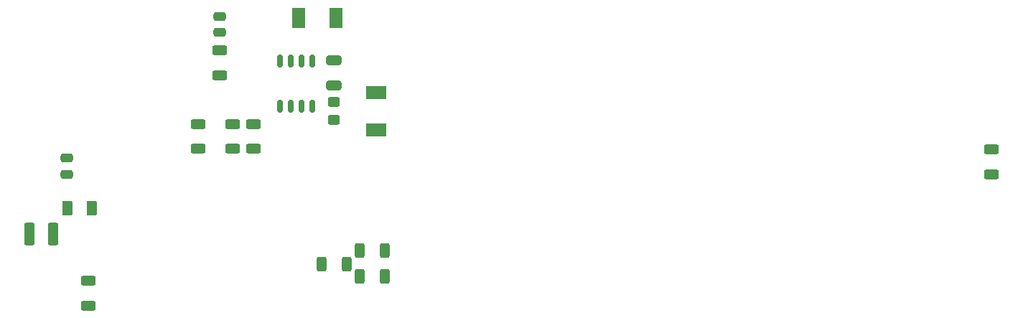
<source format=gbr>
%TF.GenerationSoftware,KiCad,Pcbnew,(6.0.4)*%
%TF.CreationDate,2022-04-19T19:36:52+10:00*%
%TF.ProjectId,T1200_PSU,54313230-305f-4505-9355-2e6b69636164,rev?*%
%TF.SameCoordinates,Original*%
%TF.FileFunction,Paste,Top*%
%TF.FilePolarity,Positive*%
%FSLAX46Y46*%
G04 Gerber Fmt 4.6, Leading zero omitted, Abs format (unit mm)*
G04 Created by KiCad (PCBNEW (6.0.4)) date 2022-04-19 19:36:52*
%MOMM*%
%LPD*%
G01*
G04 APERTURE LIST*
G04 Aperture macros list*
%AMRoundRect*
0 Rectangle with rounded corners*
0 $1 Rounding radius*
0 $2 $3 $4 $5 $6 $7 $8 $9 X,Y pos of 4 corners*
0 Add a 4 corners polygon primitive as box body*
4,1,4,$2,$3,$4,$5,$6,$7,$8,$9,$2,$3,0*
0 Add four circle primitives for the rounded corners*
1,1,$1+$1,$2,$3*
1,1,$1+$1,$4,$5*
1,1,$1+$1,$6,$7*
1,1,$1+$1,$8,$9*
0 Add four rect primitives between the rounded corners*
20,1,$1+$1,$2,$3,$4,$5,0*
20,1,$1+$1,$4,$5,$6,$7,0*
20,1,$1+$1,$6,$7,$8,$9,0*
20,1,$1+$1,$8,$9,$2,$3,0*%
G04 Aperture macros list end*
%ADD10RoundRect,0.250000X-0.625000X0.312500X-0.625000X-0.312500X0.625000X-0.312500X0.625000X0.312500X0*%
%ADD11RoundRect,0.250000X0.312500X0.625000X-0.312500X0.625000X-0.312500X-0.625000X0.312500X-0.625000X0*%
%ADD12RoundRect,0.250000X0.450000X-0.325000X0.450000X0.325000X-0.450000X0.325000X-0.450000X-0.325000X0*%
%ADD13RoundRect,0.250000X-0.650000X0.325000X-0.650000X-0.325000X0.650000X-0.325000X0.650000X0.325000X0*%
%ADD14R,2.400000X1.500000*%
%ADD15RoundRect,0.250000X-0.375000X-0.625000X0.375000X-0.625000X0.375000X0.625000X-0.375000X0.625000X0*%
%ADD16RoundRect,0.250000X0.475000X-0.250000X0.475000X0.250000X-0.475000X0.250000X-0.475000X-0.250000X0*%
%ADD17RoundRect,0.250000X-0.375000X-1.075000X0.375000X-1.075000X0.375000X1.075000X-0.375000X1.075000X0*%
%ADD18RoundRect,0.250000X0.625000X-0.312500X0.625000X0.312500X-0.625000X0.312500X-0.625000X-0.312500X0*%
%ADD19RoundRect,0.150000X0.150000X-0.625000X0.150000X0.625000X-0.150000X0.625000X-0.150000X-0.625000X0*%
%ADD20R,1.500000X2.400000*%
G04 APERTURE END LIST*
D10*
%TO.C,R3*%
X50020000Y-27337500D03*
X50020000Y-30262500D03*
%TD*%
%TO.C,R9*%
X34500000Y-54537500D03*
X34500000Y-57462500D03*
%TD*%
D11*
%TO.C,R6*%
X69462500Y-54000000D03*
X66537500Y-54000000D03*
%TD*%
D12*
%TO.C,D2*%
X63500000Y-35525000D03*
X63500000Y-33475000D03*
%TD*%
D13*
%TO.C,C4*%
X63500000Y-28525000D03*
X63500000Y-31475000D03*
%TD*%
D14*
%TO.C,L2*%
X68500000Y-32300000D03*
X68500000Y-36700000D03*
%TD*%
D11*
%TO.C,R7*%
X64962500Y-52551250D03*
X62037500Y-52551250D03*
%TD*%
%TO.C,R8*%
X69462500Y-51000000D03*
X66537500Y-51000000D03*
%TD*%
D10*
%TO.C,R1*%
X51500000Y-36037500D03*
X51500000Y-38962500D03*
%TD*%
D15*
%TO.C,D1*%
X32100000Y-46000000D03*
X34900000Y-46000000D03*
%TD*%
D16*
%TO.C,C6*%
X50040000Y-25250000D03*
X50040000Y-23350000D03*
%TD*%
%TO.C,C2*%
X32000000Y-41950000D03*
X32000000Y-40050000D03*
%TD*%
D17*
%TO.C,F1*%
X27600000Y-49000000D03*
X30400000Y-49000000D03*
%TD*%
D10*
%TO.C,R2*%
X53980000Y-36037500D03*
X53980000Y-38962500D03*
%TD*%
D18*
%TO.C,R5*%
X47500000Y-38962500D03*
X47500000Y-36037500D03*
%TD*%
D10*
%TO.C,R4*%
X141000000Y-39037500D03*
X141000000Y-41962500D03*
%TD*%
D19*
%TO.C,U2*%
X57115000Y-33975000D03*
X58385000Y-33975000D03*
X59655000Y-33975000D03*
X60925000Y-33975000D03*
X60925000Y-28625000D03*
X59655000Y-28625000D03*
X58385000Y-28625000D03*
X57115000Y-28625000D03*
%TD*%
D20*
%TO.C,L1*%
X59300000Y-23500000D03*
X63700000Y-23500000D03*
%TD*%
M02*

</source>
